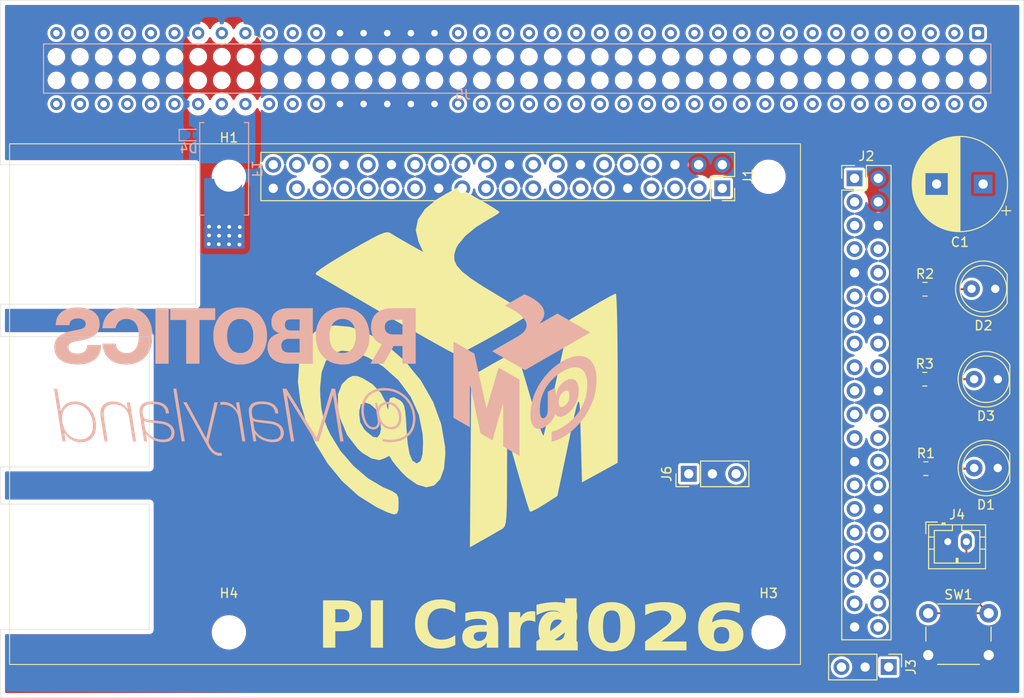
<source format=kicad_pcb>
(kicad_pcb (version 20241229) (generator "pcbnew") (generator_version "9.0")
  (layers (0 "F.Cu" signal) (4 "In1.Cu" signal) (6 "In2.Cu" signal) (2 "B.Cu" signal) (13 "F.Paste" user) (15 "B.Paste" user) (5 "F.SilkS" user "F.Silkscreen") (7 "B.SilkS" user "B.Silkscreen") (1 "F.Mask" user) (3 "B.Mask" user) (25 "Edge.Cuts" user))
  (net 0 "")
  (net 1 "GPIO10")
  (net 2 "GPIO23")
  (net 3 "GND")
  (net 4 "ID_SD")
  (net 5 "GPIO22")
  (net 6 "GPIO4")
  (net 7 "+5V")
  (net 8 "GPIO17")
  (net 9 "+3V3")
  (net 10 "GPIO13")
  (net 11 "GPIO18")
  (net 12 "GPIO12")
  (net 13 "GPIO11")
  (net 14 "GPIO3")
  (net 15 "GPIO16")
  (net 16 "GPIO26")
  (net 17 "GPIO15")
  (net 18 "GPIO8")
  (net 19 "GPIO25")
  (net 20 "GPIO9")
  (net 21 "GPIO7")
  (net 22 "GPIO24")
  (net 23 "ID_SC")
  (net 24 "GPIO21")
  (net 25 "GPIO14")
  (net 26 "GPIO2")
  (net 27 "GPIO27")
  (net 28 "GPIO6")
  (net 29 "GPIO20")
  (net 30 "GPIO19")
  (net 31 "GPIO5")
  (net 32 "Net-(D1-A)")
  (net 33 "Net-(D2-A)")
  (net 34 "Net-(D3-A)")
  (net 35 "+5V Supply")
  (net 40 "RUN")
  (net 45 "GLOBAL_EN")
  (footprint "LOGO" (layer "F.Cu") (at 199.25 75.97)
    (property "Reference" "G***" (hide yes))
    (property "Value" "LOGO" (hide yes))
  )
  (footprint "LED_THT:LED_D5.0mm" (layer "F.Cu") (at 257.3 77.25 180)
    (property "Reference" "D3" (at 1.27 -3.96 0) (layer "F.SilkS"))
    (property "Value" "LED")
    (pad "1" thru_hole rect (at 0 0 180) (size 1.8 1.8) (drill 0.9) (layers "*.Cu" "*.Mask") (net 3 "GND"))
    (pad "2" thru_hole circle (at 2.54 0 180) (size 1.8 1.8) (drill 0.9) (layers "*.Cu" "*.Mask") (net 34 "Net-(D3-A)"))
  )
  (footprint "Connector_JST:JST_PH_B2B-PH-K_1x02_P2.00mm_Vertical" (layer "F.Cu") (at 251.925 94.725)
    (property "Reference" "J4" (at 1 -2.9 0) (layer "F.SilkS"))
    (property "Value" "Conn_01x02")
    (pad "1" thru_hole roundrect (at 0 0) (size 1.2 1.75) (drill 0.75) (layers "*.Cu" "*.Mask") (roundrect_rratio 0.208333) (net 3 "GND"))
    (pad "2" thru_hole oval (at 2 0) (size 1.2 1.75) (drill 0.75) (layers "*.Cu" "*.Mask") (net 40 "RUN"))
  )
  (footprint "Resistor_SMD:R_0805_2012Metric_Pad1.20x1.40mm_HandSolder" (layer "F.Cu") (at 249.475 67.575)
    (property "Reference" "R2" (at 0 -1.65 0) (layer "F.SilkS"))
    (property "Value" "3.3k")
    (pad "1" smd roundrect (at -1 0) (size 1.2 1.4) (layers "F.Cu" "F.Mask" "F.Paste") (roundrect_rratio 0.208333) (net 9 "+3V3"))
    (pad "2" smd roundrect (at 1 0) (size 1.2 1.4) (layers "F.Cu" "F.Mask" "F.Paste") (roundrect_rratio 0.208333) (net 33 "Net-(D2-A)"))
  )
  (footprint "MountingHole:MountingHole_3.2mm_M3" (layer "F.Cu") (at 174.6625 55.475)
    (property "Reference" "H1" (at 0 -4.2 0) (layer "F.SilkS"))
    (property "Value" "MountingHole")
    (pad "" np_thru_hole circle (at 0 0) (size 3.2 3.2) (drill 3.2) (layers "*.Cu" "*.Mask"))
  )
  (footprint "LED_THT:LED_D5.0mm" (layer "F.Cu") (at 257.3 86.8 180)
    (property "Reference" "D1" (at 1.27 -3.96 0) (layer "F.SilkS"))
    (property "Value" "LED")
    (pad "1" thru_hole rect (at 0 0 180) (size 1.8 1.8) (drill 0.9) (layers "*.Cu" "*.Mask") (net 3 "GND"))
    (pad "2" thru_hole circle (at 2.54 0 180) (size 1.8 1.8) (drill 0.9) (layers "*.Cu" "*.Mask") (net 32 "Net-(D1-A)"))
  )
  (footprint "Button_Switch_THT:SW_PUSH_6mm" (layer "F.Cu") (at 249.825 102.425)
    (property "Reference" "SW1" (at 3.25 -2 0) (layer "F.SilkS"))
    (property "Value" "SW_Push")
    (pad "1" thru_hole circle (at 0 0 90) (size 2 2) (drill 1.1) (layers "*.Cu" "*.Mask") (net 40 "RUN"))
    (pad "1" thru_hole circle (at 6.5 0 90) (size 2 2) (drill 1.1) (layers "*.Cu" "*.Mask") (net 40 "RUN"))
    (pad "2" thru_hole circle (at 0 4.5 90) (size 2 2) (drill 1.1) (layers "*.Cu" "*.Mask") (net 3 "GND"))
    (pad "2" thru_hole circle (at 6.5 4.5 90) (size 2 2) (drill 1.1) (layers "*.Cu" "*.Mask") (net 3 "GND"))
  )
  (footprint "MountingHole:MountingHole_3.2mm_M3" (layer "F.Cu") (at 232.6625 55.475)
    (property "Reference" "H2" (at 0 0.225 0) (layer "F.SilkS"))
    (property "Value" "MountingHole")
    (pad "" np_thru_hole circle (at 0 0) (size 3.2 3.2) (drill 3.2) (layers "*.Cu" "*.Mask"))
  )
  (footprint "Connector_PinSocket_2.54mm:PinSocket_2x20_P2.54mm_Vertical" (layer "F.Cu") (at 227.69 56.72 -90)
    (property "Reference" "J1" (at -1.27 -2.77 90) (layer "F.SilkS"))
    (property "Value" "Conn_02x20_Odd_Even")
    (pad "1" thru_hole rect (at 0 0 270) (size 1.7 1.7) (drill 1) (layers "*.Cu" "*.Mask") (net 9 "+3V3"))
    (pad "2" thru_hole circle (at -2.54 0 270) (size 1.7 1.7) (drill 1) (layers "*.Cu" "*.Mask") (net 7 "+5V"))
    (pad "3" thru_hole circle (at 0 2.54 270) (size 1.7 1.7) (drill 1) (layers "*.Cu" "*.Mask") (net 26 "GPIO2"))
    (pad "4" thru_hole circle (at -2.54 2.54 270) (size 1.7 1.7) (drill 1) (layers "*.Cu" "*.Mask") (net 7 "+5V"))
    (pad "5" thru_hole circle (at 0 5.08 270) (size 1.7 1.7) (drill 1) (layers "*.Cu" "*.Mask") (net 14 "GPIO3"))
    (pad "6" thru_hole circle (at -2.54 5.08 270) (size 1.7 1.7) (drill 1) (layers "*.Cu" "*.Mask") (net 3 "GND"))
    (pad "7" thru_hole circle (at 0 7.62 270) (size 1.7 1.7) (drill 1) (layers "*.Cu" "*.Mask") (net 6 "GPIO4"))
    (pad "8" thru_hole circle (at -2.54 7.62 270) (size 1.7 1.7) (drill 1) (layers "*.Cu" "*.Mask") (net 25 "GPIO14"))
    (pad "9" thru_hole circle (at 0 10.16 270) (size 1.7 1.7) (drill 1) (layers "*.Cu" "*.Mask") (net 3 "GND"))
    (pad "10" thru_hole circle (at -2.54 10.16 270) (size 1.7 1.7) (drill 1) (layers "*.Cu" "*.Mask") (net 17 "GPIO15"))
    (pad "11" thru_hole circle (at 0 12.7 270) (size 1.7 1.7) (drill 1) (layers "*.Cu" "*.Mask") (net 8 "GPIO17"))
    (pad "12" thru_hole circle (at -2.54 12.7 270) (size 1.7 1.7) (drill 1) (layers "*.Cu" "*.Mask") (net 11 "GPIO18"))
    (pad "13" thru_hole circle (at 0 15.24 270) (size 1.7 1.7) (drill 1) (layers "*.Cu" "*.Mask") (net 27 "GPIO27"))
    (pad "14" thru_hole circle (at -2.54 15.24 270) (size 1.7 1.7) (drill 1) (layers "*.Cu" "*.Mask") (net 3 "GND"))
    (pad "15" thru_hole circle (at 0 17.78 270) (size 1.7 1.7) (drill 1) (layers "*.Cu" "*.Mask") (net 5 "GPIO22"))
    (pad "16" thru_hole circle (at -2.54 17.78 270) (size 1.7 1.7) (drill 1) (layers "*.Cu" "*.Mask") (net 2 "GPIO23"))
    (pad "17" thru_hole circle (at 0 20.32 270) (size 1.7 1.7) (drill 1) (layers "*.Cu" "*.Mask") (net 9 "+3V3"))
    (pad "18" thru_hole circle (at -2.54 20.32 270) (size 1.7 1.7) (drill 1) (layers "*.Cu" "*.Mask") (net 22 "GPIO24"))
    (pad "19" thru_hole circle (at 0 22.86 270) (size 1.7 1.7) (drill 1) (layers "*.Cu" "*.Mask") (net 1 "GPIO10"))
    (pad "20" thru_hole circle (at -2.54 22.86 270) (size 1.7 1.7) (drill 1) (layers "*.Cu" "*.Mask") (net 3 "GND"))
    (pad "21" thru_hole circle (at 0 25.4 270) (size 1.7 1.7) (drill 1) (layers "*.Cu" "*.Mask") (net 20 "GPIO9"))
    (pad "22" thru_hole circle (at -2.54 25.4 270) (size 1.7 1.7) (drill 1) (layers "*.Cu" "*.Mask") (net 19 "GPIO25"))
    (pad "23" thru_hole circle (at 0 27.94 270) (size 1.7 1.7) (drill 1) (layers "*.Cu" "*.Mask") (net 13 "GPIO11"))
    (pad "24" thru_hole circle (at -2.54 27.94 270) (size 1.7 1.7) (drill 1) (layers "*.Cu" "*.Mask") (net 18 "GPIO8"))
    (pad "25" thru_hole circle (at 0 30.48 270) (size 1.7 1.7) (drill 1) (layers "*.Cu" "*.Mask") (net 3 "GND"))
    (pad "26" thru_hole circle (at -2.54 30.48 270) (size 1.7 1.7) (drill 1) (layers "*.Cu" "*.Mask") (net 21 "GPIO7"))
    (pad "27" thru_hole circle (at 0 33.02 270) (size 1.7 1.7) (drill 1) (layers "*.Cu" "*.Mask") (net 4 "ID_SD"))
    (pad "28" thru_hole circle (at -2.54 33.02 270) (size 1.7 1.7) (drill 1) (layers "*.Cu" "*.Mask") (net 23 "ID_SC"))
    (pad "29" thru_hole circle (at 0 35.56 270) (size 1.7 1.7) (drill 1) (layers "*.Cu" "*.Mask") (net 31 "GPIO5"))
    (pad "30" thru_hole circle (at -2.54 35.56 270) (size 1.7 1.7) (drill 1) (layers "*.Cu" "*.Mask") (net 3 "GND"))
    (pad "31" thru_hole circle (at 0 38.1 270) (size 1.7 1.7) (drill 1) (layers "*.Cu" "*.Mask") (net 28 "GPIO6"))
    (pad "32" thru_hole circle (at -2.54 38.1 270) (size 1.7 1.7) (drill 1) (layers "*.Cu" "*.Mask") (net 12 "GPIO12"))
    (pad "33" thru_hole circle (at 0 40.64 270) (size 1.7 1.7) (drill 1) (layers "*.Cu" "*.Mask") (net 10 "GPIO13"))
    (pad "34" thru_hole circle (at -2.54 40.64 270) (size 1.7 1.7) (drill 1) (layers "*.Cu" "*.Mask") (net 3 "GND"))
    (pad "35" thru_hole circle (at 0 43.18 270) (size 1.7 1.7) (drill 1) (layers "*.Cu" "*.Mask") (net 30 "GPIO19"))
    (pad "36" thru_hole circle (at -2.54 43.18 270) (size 1.7 1.7) (drill 1) (layers "*.Cu" "*.Mask") (net 15 "GPIO16"))
    (pad "37" thru_hole circle (at 0 45.72 270) (size 1.7 1.7) (drill 1) (layers "*.Cu" "*.Mask") (net 16 "GPIO26"))
    (pad "38" thru_hole circle (at -2.54 45.72 270) (size 1.7 1.7) (drill 1) (layers "*.Cu" "*.Mask") (net 29 "GPIO20"))
    (pad "39" thru_hole circle (at 0 48.26 270) (size 1.7 1.7) (drill 1) (layers "*.Cu" "*.Mask") (net 3 "GND"))
    (pad "40" thru_hole circle (at -2.54 48.26 270) (size 1.7 1.7) (drill 1) (layers "*.Cu" "*.Mask") (net 24 "GPIO21"))
  )
  (footprint "MountingHole:MountingHole_3.2mm_M3" (layer "F.Cu") (at 232.6625 104.475)
    (property "Reference" "H3" (at 0 -4.2 0) (layer "F.SilkS"))
    (property "Value" "MountingHole")
    (pad "" np_thru_hole circle (at 0 0) (size 3.2 3.2) (drill 3.2) (layers "*.Cu" "*.Mask"))
  )
  (footprint "Connector_PinHeader_2.54mm:PinHeader_2x20_P2.54mm_Vertical" (layer "F.Cu") (at 241.91 55.64)
    (property "Reference" "J2" (at 1.27 -2.38 0) (layer "F.SilkS"))
    (property "Value" "Conn_02x20_Odd_Even")
    (pad "1" thru_hole rect (at 0 0) (size 1.7 1.7) (drill 1) (layers "*.Cu" "*.Mask") (net 9 "+3V3"))
    (pad "2" thru_hole circle (at 2.54 0) (size 1.7 1.7) (drill 1) (layers "*.Cu" "*.Mask") (net 7 "+5V"))
    (pad "3" thru_hole circle (at 0 2.54) (size 1.7 1.7) (drill 1) (layers "*.Cu" "*.Mask") (net 26 "GPIO2"))
    (pad "4" thru_hole circle (at 2.54 2.54) (size 1.7 1.7) (drill 1) (layers "*.Cu" "*.Mask") (net 7 "+5V"))
    (pad "5" thru_hole circle (at 0 5.08) (size 1.7 1.7) (drill 1) (layers "*.Cu" "*.Mask") (net 14 "GPIO3"))
    (pad "6" thru_hole circle (at 2.54 5.08) (size 1.7 1.7) (drill 1) (layers "*.Cu" "*.Mask") (net 3 "GND"))
    (pad "7" thru_hole circle (at 0 7.62) (size 1.7 1.7) (drill 1) (layers "*.Cu" "*.Mask") (net 6 "GPIO4"))
    (pad "8" thru_hole circle (at 2.54 7.62) (size 1.7 1.7) (drill 1) (layers "*.Cu" "*.Mask") (net 25 "GPIO14"))
    (pad "9" thru_hole circle (at 0 10.16) (size 1.7 1.7) (drill 1) (layers "*.Cu" "*.Mask") (net 3 "GND"))
    (pad "10" thru_hole circle (at 2.54 10.16) (size 1.7 1.7) (drill 1) (layers "*.Cu" "*.Mask") (net 17 "GPIO15"))
    (pad "11" thru_hole circle (at 0 12.7) (size 1.7 1.7) (drill 1) (layers "*.Cu" "*.Mask") (net 8 "GPIO17"))
    (pad "12" thru_hole circle (at 2.54 12.7) (size 1.7 1.7) (drill 1) (layers "*.Cu" "*.Mask") (net 11 "GPIO18"))
    (pad "13" thru_hole circle (at 0 15.24) (size 1.7 1.7) (drill 1) (layers "*.Cu" "*.Mask") (net 27 "GPIO27"))
    (pad "14" thru_hole circle (at 2.54 15.24) (size 1.7 1.7) (drill 1) (layers "*.Cu" "*.Mask") (net 3 "GND"))
    (pad "15" thru_hole circle (at 0 17.78) (size 1.7 1.7) (drill 1) (layers "*.Cu" "*.Mask") (net 5 "GPIO22"))
    (pad "16" thru_hole circle (at 2.54 17.78) (size 1.7 1.7) (drill 1) (layers "*.Cu" "*.Mask") (net 2 "GPIO23"))
    (pad "17" thru_hole circle (at 0 20.32) (size 1.7 1.7) (drill 1) (layers "*.Cu" "*.Mask") (net 9 "+3V3"))
    (pad "18" thru_hole circle (at 2.54 20.32) (size 1.7 1.7) (drill 1) (layers "*.Cu" "*.Mask") (net 22 "GPIO24"))
    (pad "19" thru_hole circle (at 0 22.86) (size 1.7 1.7) (drill 1) (layers "*.Cu" "*.Mask") (net 1 "GPIO10"))
    (pad "20" thru_hole circle (at 2.54 22.86) (size 1.7 1.7) (drill 1) (layers "*.Cu" "*.Mask") (net 3 "GND"))
    (pad "21" thru_hole circle (at 0 25.4) (size 1.7 1.7) (drill 1) (layers "*.Cu" "*.Mask") (net 20 "GPIO9"))
    (pad "22" thru_hole circle (at 2.54 25.4) (size 1.7 1.7) (drill 1) (layers "*.Cu" "*.Mask") (net 19 "GPIO25"))
    (pad "23" thru_hole circle (at 0 27.94) (size 1.7 1.7) (drill 1) (layers "*.Cu" "*.Mask") (net 13 "GPIO11"))
    (pad "24" thru_hole circle (at 2.54 27.94) (size 1.7 1.7) (drill 1) (layers "*.Cu" "*.Mask") (net 18 "GPIO8"))
    (pad "25" thru_hole circle (at 0 30.48) (size 1.7 1.7) (drill 1) (layers "*.Cu" "*.Mask") (net 3 "GND"))
    (pad "26" thru_hole circle (at 2.54 30.48) (size 1.7 1.7) (drill 1) (layers "*.Cu" "*.Mask") (net 21 "GPIO7"))
    (pad "27" thru_hole circle (at 0 33.02) (size 1.7 1.7) (drill 1) (layers "*.Cu" "*.Mask") (net 4 "ID_SD"))
    (pad "28" thru_hole circle (at 2.54 33.02) (size 1.7 1.7) (drill 1) (layers "*.Cu" "*.Mask") (net 23 "ID_SC"))
    (pad "29" thru_hole circle (at 0 35.56) (size 1.7 1.7) (drill 1) (layers "*.Cu" "*.Mask") (net 31 "GPIO5"))
    (pad "30" thru_hole circle (at 2.54 35.56) (size 1.7 1.7) (drill 1) (layers "*.Cu" "*.Mask") (net 3 "GND"))
    (pad "31" thru_hole circle (at 0 38.1) (size 1.7 1.7) (drill 1) (layers "*.Cu" "*.Mask") (net 28 "GPIO6"))
    (pad "32" thru_hole circle (at 2.54 38.1) (size 1.7 1.7) (drill 1) (layers "*.Cu" "*.Mask") (net 12 "GPIO12"))
    (pad "33" thru_hole circle (at 0 40.64) (size 1.7 1.7) (drill 1) (layers "*.Cu" "*.Mask") (net 10 "GPIO13"))
    (pad "34" thru_hole circle (at 2.54 40.64) (size 1.7 1.7) (drill 1) (layers "*.Cu" "*.Mask") (net 3 "GND"))
    (pad "35" thru_hole circle (at 0 43.18) (size 1.7 1.7) (drill 1) (layers "*.Cu" "*.Mask") (net 30 "GPIO19"))
    (pad "36" thru_hole circle (at 2.54 43.18) (size 1.7 1.7) (drill 1) (layers "*.Cu" "*.Mask") (net 15 "GPIO16"))
    (pad "37" thru_hole circle (at 0 45.72) (size 1.7 1.7) (drill 1) (layers "*.Cu" "*.Mask") (net 16 "GPIO26"))
    (pad "38" thru_hole circle (at 2.54 45.72) (size 1.7 1.7) (drill 1) (layers "*.Cu" "*.Mask") (net 29 "GPIO20"))
    (pad "39" thru_hole circle (at 0 48.26) (size 1.7 1.7) (drill 1) (layers "*.Cu" "*.Mask") (net 3 "GND"))
    (pad "40" thru_hole circle (at 2.54 48.26) (size 1.7 1.7) (drill 1) (layers "*.Cu" "*.Mask") (net 24 "GPIO21"))
  )
  (footprint "MountingHole:MountingHole_3.2mm_M3" (layer "F.Cu") (at 174.6625 104.475)
    (property "Reference" "H4" (at 0 -4.2 0) (layer "F.SilkS"))
    (property "Value" "MountingHole")
    (pad "" np_thru_hole circle (at 0 0) (size 3.2 3.2) (drill 3.2) (layers "*.Cu" "*.Mask"))
  )
  (footprint "Resistor_SMD:R_0805_2012Metric_Pad1.20x1.40mm_HandSolder" (layer "F.Cu") (at 249.575 86.875)
    (property "Reference" "R1" (at 0 -1.65 0) (layer "F.SilkS"))
    (property "Value" "330")
    (pad "1" smd roundrect (at -1 0) (size 1.2 1.4) (layers "F.Cu" "F.Mask" "F.Paste") (roundrect_rratio 0.208333) (net 8 "GPIO17"))
    (pad "2" smd roundrect (at 1 0) (size 1.2 1.4) (layers "F.Cu" "F.Mask" "F.Paste") (roundrect_rratio 0.208333) (net 32 "Net-(D1-A)"))
  )
  (footprint "Connector_PinHeader_2.54mm:PinHeader_1x03_P2.54mm_Vertical" (layer "F.Cu") (at 224.09 87.43 90)
    (property "Reference" "J6" (at 0 -2.38 90) (layer "F.SilkS"))
    (property "Value" "Conn_01x03_Pin")
    (pad "1" thru_hole rect (at 0 0 90) (size 1.7 1.7) (drill 1) (layers "*.Cu" "*.Mask") (net 40 "RUN"))
    (pad "2" thru_hole circle (at 0 2.54 90) (size 1.7 1.7) (drill 1) (layers "*.Cu" "*.Mask") (net 3 "GND"))
    (pad "3" thru_hole circle (at 0 5.08 90) (size 1.7 1.7) (drill 1) (layers "*.Cu" "*.Mask") (net 45 "GLOBAL_EN"))
  )
  (footprint "Resistor_SMD:R_0805_2012Metric_Pad1.20x1.40mm_HandSolder" (layer "F.Cu") (at 249.45 77.25)
    (property "Reference" "R3" (at 0 -1.65 0) (layer "F.SilkS"))
    (property "Value" "3.3k")
    (pad "1" smd roundrect (at -1 0) (size 1.2 1.4) (layers "F.Cu" "F.Mask" "F.Paste") (roundrect_rratio 0.208333) (net 7 "+5V"))
    (pad "2" smd roundrect (at 1 0) (size 1.2 1.4) (layers "F.Cu" "F.Mask" "F.Paste") (roundrect_rratio 0.208333) (net 34 "Net-(D3-A)"))
  )
  (footprint "LED_THT:LED_D5.0mm" (layer "F.Cu") (at 257.025 67.525 180)
    (property "Reference" "D2" (at 1.27 -3.96 0) (layer "F.SilkS"))
    (property "Value" "LED")
    (pad "1" thru_hole rect (at 0 0 180) (size 1.8 1.8) (drill 0.9) (layers "*.Cu" "*.Mask") (net 3 "GND"))
    (pad "2" thru_hole circle (at 2.54 0 180) (size 1.8 1.8) (drill 0.9) (layers "*.Cu" "*.Mask") (net 33 "Net-(D2-A)"))
  )
  (footprint "Capacitor_THT:CP_Radial_D10.0mm_P5.00mm" (layer "F.Cu") (at 255.727677 56.26 180)
    (property "Reference" "C1" (at 2.5 -6.25 0) (layer "F.SilkS"))
    (property "Value" "470u")
    (pad "1" thru_hole rect (at 0 0 180) (size 2 2) (drill 1) (layers "*.Cu" "*.Mask") (net 7 "+5V"))
    (pad "2" thru_hole circle (at 5 0 180) (size 2 2) (drill 1) (layers "*.Cu" "*.Mask") (net 3 "GND"))
  )
  (footprint "Connector_PinHeader_2.54mm:PinHeader_1x03_P2.54mm_Vertical" (layer "F.Cu") (at 245.58 108.21 -90)
    (property "Reference" "J3" (at 0 -2.38 90) (layer "F.SilkS"))
    (property "Value" "Conn_01x03_Pin")
    (pad "1" thru_hole rect (at 0 0 270) (size 1.7 1.7) (drill 1) (layers "*.Cu" "*.Mask") (net 40 "RUN"))
    (pad "2" thru_hole circle (at 0 2.54 270) (size 1.7 1.7) (drill 1) (layers "*.Cu" "*.Mask") (net 3 "GND"))
    (pad "3" thru_hole circle (at 0 5.08 270) (size 1.7 1.7) (drill 1) (layers "*.Cu" "*.Mask") (net 45 "GLOBAL_EN"))
  )
  (footprint "Custom:Fuseholder_Littelfuse_Nano2_154x_3D" (layer "B.Cu") (at 174.15 54.625 90)
    (property "Reference" "F1" (at 0 3.5 270) (layer "B.SilkS") (effects (justify mirror)))
    (property "Value" "Fuse")
    (pad "1" smd rect (at -3.185 0 90) (size 4.24 3.81) (layers "B.Cu" "B.Mask" "B.Paste") (net 7 "+5V"))
    (pad "2" smd rect (at 3.185 0 90) (size 4.24 3.81) (layers "B.Cu" "B.Mask" "B.Paste") (net 35 "+5V Supply"))
  )
  (footprint "LOGO" (layer "B.Cu") (at 185.59 76.96 180)
    (property "Reference" "G***" (hide yes))
    (property "Value" "LOGO" (hide yes))
  )
  (footprint "Diode_SMD:Nexperia_DSN1608-2_1.6x0.8mm" (layer "B.Cu") (at 170.335 50.99)
    (property "Reference" "D4" (at 0 1.43 0) (layer "B.SilkS") (effects (justify mirror)))
    (property "Value" "PTVS5V0Z1USK")
    (pad "1" smd roundrect (at -0.285 0) (size 0.93 0.7) (layers "B.Cu" "B.Mask" "B.Paste") (roundrect_rratio 0.1071428571) (net 3 "GND"))
    (pad "2" smd roundrect (at 0.6 0) (size 0.3 0.7) (layers "B.Cu" "B.Mask" "B.Paste") (net 35 "+5V Supply"))
  )
  (footprint "Samtec Custom:Samtec_HLE-140-02-L-DV-PE_2x40_P2.54mm_Horizontal" (layer "B.Cu") (at 255.18 40.03 180)
    (property "Reference" "J5" (at 55.355 -6.615 0) (layer "B.SilkS") (effects (justify mirror)))
    (property "Value" "Conn_02x40_Odd_Even")
    (pad "" np_thru_hole circle (at 0 -5.08 180) (size 1.4 1.4) (drill 1.4) (layers "*.Cu" "*.Mask"))
    (pad "" np_thru_hole circle (at 0 -2.54 180) (size 1.4 1.4) (drill 1.4) (layers "*.Cu" "*.Mask"))
    (pad "" np_thru_hole circle (at 2.54 -5.08 180) (size 1.4 1.4) (drill 1.4) (layers "*.Cu" "*.Mask"))
    (pad "" np_thru_hole circle (at 2.54 -2.54 180) (size 1.4 1.4) (drill 1.4) (layers "*.Cu" "*.Mask"))
    (pad "" np_thru_hole circle (at 5.08 -5.08 180) (size 1.4 1.4) (drill 1.4) (layers "*.Cu" "*.Mask"))
    (pad "" np_thru_hole circle (at 5.08 -2.54 180) (size 1.4 1.4) (drill 1.4) (layers "*.Cu" "*.Mask"))
    (pad "" np_thru_hole circle (at 7.62 -5.08 180) (size 1.4 1.4) (drill 1.4) (layers "*.Cu" "*.Mask"))
    (pad "" np_thru_hole circle (at 7.62 -2.54 180) (size 1.4 1.4) (drill 1.4) (layers "*.Cu" "*.Mask"))
    (pad "" np_thru_hole circle (at 10.16 -5.08 180) (size 1.4 1.4) (drill 1.4) (layers "*.Cu" "*.Mask"))
    (pad "" np_thru_hole circle (at 10.16 -2.54 180) (size 1.4 1.4) (drill 1.4) (layers "*.Cu" "*.Mask"))
    (pad "" np_thru_hole circle (at 12.7 -5.08 180) (size 1.4 1.4) (drill 1.4) (layers "*.Cu" "*.Mask"))
    (pad "" np_thru_hole circle (at 12.7 -2.54 180) (size 1.4 1.4) (drill 1.4) (layers "*.Cu" "*.Mask"))
    (pad "" np_thru_hole circle (at 15.24 -5.08 180) (size 1.4 1.4) (drill 1.4) (layers "*.Cu" "*.Mask"))
    (pad "" np_thru_hole circle (at 15.24 -2.54 180) (size 1.4 1.4) (drill 1.4) (layers "*.Cu" "*.Mask"))
    (pad "" np_thru_hole circle (at 17.78 -5.08 180) (size 1.4 1.4) (drill 1.4) (layers "*.Cu" "*.Mask"))
    (pad "" np_thru_hole circle (at 17.78 -2.54 180) (size 1.4 1.4) (drill 1.4) (layers "*.Cu" "*.Mask"))
    (pad "" np_thru_hole circle (at 20.32 -5.08 180) (size 1.4 1.4) (drill 1.4) (layers "*.Cu" "*.Mask"))
    (pad "" np_thru_hole circle (at 20.32 -2.54 180) (size 1.4 1.4) (drill 1.4) (layers "*.Cu" "*.Mask"))
    (pad "" np_thru_hole circle (at 22.86 -5.08 180) (size 1.4 1.4) (drill 1.4) (layers "*.Cu" "*.Mask"))
    (pad "" np_thru_hole circle (at 22.86 -2.54 180) (size 1.4 1.4) (drill 1.4) (layers "*.Cu" "*.Mask"))
    (pad "" np_thru_hole circle (at 25.4 -5.08 180) (size 1.4 1.4) (drill 1.4) (layers "*.Cu" "*.Mask"))
    (pad "" np_thru_hole circle (at 25.4 -2.54 180) (size 1.4 1.4) (drill 1.4) (layers "*.Cu" "*.Mask"))
    (pad "" np_thru_hole circle (at 27.94 -5.08 180) (size 1.4 1.4) (drill 1.4) (layers "*.Cu" "*.Mask"))
    (pad "" np_thru_hole circle (at 27.94 -2.54 180) (size 1.4 1.4) (drill 1.4) (layers "*.Cu" "*.Mask"))
    (pad "" np_thru_hole circle (at 30.48 -5.08 180) (size 1.4 1.4) (drill 1.4) (layers "*.Cu" "*.Mask"))
    (pad "" np_thru_hole circle (at 30.48 -2.54 180) (size 1.4 1.4) (drill 1.4) (layers "*.Cu" "*.Mask"))
    (pad "" np_thru_hole circle (at 33.02 -5.08 180) (size 1.4 1.4) (drill 1.4) (layers "*.Cu" "*.Mask"))
    (pad "" np_thru_hole circle (at 33.02 -2.54 180) (size 1.4 1.4) (drill 1.4) (layers "*.Cu" "*.Mask"))
    (pad "" np_thru_hole circle (at 35.56 -5.08 180) (size 1.4 1.4) (drill 1.4) (layers "*.Cu" "*.Mask"))
    (pad "" np_thru_hole circle (at 35.56 -2.54 180) (size 1.4 1.4) (drill 1.4) (layers "*.Cu" "*.Mask"))
    (pad "" np_thru_hole circle (at 38.1 -5.08 180) (size 1.4 1.4) (drill 1.4) (layers "*.Cu" "*.Mask"))
    (pad "" np_thru_hole circle (at 38.1 -2.54 180) (size 1.4 1.4) (drill 1.4) (layers "*.Cu" "*.Mask"))
    (pad "" np_thru_hole circle (at 40.64 -5.08 180) (size 1.4 1.4) (drill 1.4) (layers "*.Cu" "*.Mask"))
    (pad "" np_thru_hole circle (at 40.64 -2.54 180) (size 1.4 1.4) (drill 1.4) (layers "*.Cu" "*.Mask"))
    (pad "" np_thru_hole circle (at 43.18 -5.08 180) (size 1.4 1.4) (drill 1.4) (layers "*.Cu" "*.Mask"))
    (pad "" np_thru_hole circle (at 43.18 -2.54 180) (size 1.4 1.4) (drill 1.4) (layers "*.Cu" "*.Mask"))
    (pad "" np_thru_hole circle (at 45.72 -5.08 180) (size 1.4 1.4) (drill 1.4) (layers "*.Cu" "*.Mask"))
    (pad "" np_thru_hole circle (at 45.72 -2.54 180) (size 1.4 1.4) (drill 1.4) (layers "*.Cu" "*.Mask"))
    (pad "" np_thru_hole circle (at 48.26 -5.08 180) (size 1.4 1.4) (drill 1.4) (layers "*.Cu" "*.Mask"))
    (pad "" np_thru_hole circle (at 48.26 -2.54 180) (size 1.4 1.4) (drill 1.4) (layers "*.Cu" "*.Mask"))
    (pad "" np_thru_hole circle (at 50.8 -5.08 180) (size 1.4 1.4) (drill 1.4) (layers "*.Cu" "*.Mask"))
    (pad "" np_thru_hole circle (at 50.8 -2.54 180) (size 1.4 1.4) (drill 1.4) (layers "*.Cu" "*.Mask"))
    (pad "" np_thru_hole circle (at 53.34 -5.08 180) (size 1.4 1.4) (drill 1.4) (layers "*.Cu" "*.Mask"))
    (pad "" np_thru_hole circle (at 53.34 -2.54 180) (size 1.4 1.4) (drill 1.4) (layers "*.Cu" "*.Mask"))
    (pad "" np_thru_hole circle (at 55.88 -5.08 180) (size 1.4 1.4) (drill 1.4) (layers "*.Cu" "*.Mask"))
    (pad "" np_thru_hole circle (at 55.88 -2.54 180) (size 1.4 1.4) (drill 1.4) (layers "*.Cu" "*.Mask"))
    (pad "" np_thru_hole circle (at 58.42 -5.08 180) (size 1.4 1.4) (drill 1.4) (layers "*.Cu" "*.Mask"))
    (pad "" np_thru_hole circle (at 58.42 -2.54 180) (size 1.4 1.4) (drill 1.4) (layers "*.Cu" "*.Mask"))
    (pad "" np_thru_hole circle (at 60.96 -5.08 180) (size 1.4 1.4) (drill 1.4) (layers "*.Cu" "*.Mask"))
    (pad "" np_thru_hole circle (at 60.96 -2.54 180) (size 1.4 1.4) (drill 1.4) (layers "*.Cu" "*.Mask"))
    (pad "" np_thru_hole circle (at 63.5 -5.08 180) (size 1.4 1.4) (drill 1.4) (layers "*.Cu" "*.Mask"))
    (pad "" np_thru_hole circle (at 63.5 -2.54 180) (size 1.4 1.4) (drill 1.4) (layers "*.Cu" "*.Mask"))
    (pad "" np_thru_hole circle (at 66.04 -5.08 180) (size 1.4 1.4) (drill 1.4) (layers "*.Cu" "*.Mask"))
    (pad "" np_thru_hole circle (at 66.04 -2.54 180) (size 1.4 1.4) (drill 1.4) (layers "*.Cu" "*.Mask"))
    (pad "" np_thru_hole circle (at 68.58 -5.08 180) (size 1.4 1.4) (drill 1.4) (layers "*.Cu" "*.Mask"))
    (pad "" np_thru_hole circle (at 68.58 -2.54 180) (size 1.4 1.4) (drill 1.4) (layers "*.Cu" "*.Mask"))
    (pad "" np_thru_hole circle (at 71.12 -5.08 180) (size 1.4 1.4) (drill 1.4) (layers "*.Cu" "*.Mask"))
    (pad "" np_thru_hole circle (at 71.12 -2.54 180) (size 1.4 1.4) (drill 1.4) (layers "*.Cu" "*.Mask"))
    (pad "" np_thru_hole circle (at 73.66 -5.08 180) (size 1.4 1.4) (drill 1.4) (layers "*.Cu" "*.Mask"))
    (pad "" np_thru_hole circle (at 73.66 -2.54 180) (size 1.4 1.4) (drill 1.4) (layers "*.Cu" "*.Mask"))
    (pad "" np_thru_hole circle (at 76.2 -5.08 180) (size 1.4 1.4) (drill 1.4) (layers "*.Cu" "*.Mask"))
    (pad "" np_thru_hole circle (at 76.2 -2.54 180) (size 1.4 1.4) (drill 1.4) (layers "*.Cu" "*.Mask"))
    (pad "" np_thru_hole circle (at 78.74 -5.08 180) (size 1.4 1.4) (drill 1.4) (layers "*.Cu" "*.Mask"))
    (pad "" np_thru_hole circle (at 78.74 -2.54 180) (size 1.4 1.4) (drill 1.4) (layers "*.Cu" "*.Mask"))
    (pad "" np_thru_hole circle (at 81.28 -5.08 180) (size 1.4 1.4) (drill 1.4) (layers "*.Cu" "*.Mask"))
    (pad "" np_thru_hole circle (at 81.28 -2.54 180) (size 1.4 1.4) (drill 1.4) (layers "*.Cu" "*.Mask"))
    (pad "" np_thru_hole circle (at 83.82 -5.08 180) (size 1.4 1.4) (drill 1.4) (layers "*.Cu" "*.Mask"))
    (pad "" np_thru_hole circle (at 83.82 -2.54 180) (size 1.4 1.4) (drill 1.4) (layers "*.Cu" "*.Mask"))
    (pad "" np_thru_hole circle (at 86.36 -5.08 180) (size 1.4 1.4) (drill 1.4) (layers "*.Cu" "*.Mask"))
    (pad "" np_thru_hole circle (at 86.36 -2.54 180) (size 1.4 1.4) (drill 1.4) (layers "*.Cu" "*.Mask"))
    (pad "" np_thru_hole circle (at 88.9 -5.08 180) (size 1.4 1.4) (drill 1.4) (layers "*.Cu" "*.Mask"))
    (pad "" np_thru_hole circle (at 88.9 -2.54 180) (size 1.4 1.4) (drill 1.4) (layers "*.Cu" "*.Mask"))
    (pad "" np_thru_hole circle (at 91.44 -5.08 180) (size 1.4 1.4) (drill 1.4) (layers "*.Cu" "*.Mask"))
    (pad "" np_thru_hole circle (at 91.44 -2.54 180) (size 1.4 1.4) (drill 1.4) (layers "*.Cu" "*.Mask"))
    (pad "" np_thru_hole circle (at 93.98 -5.08 180) (size 1.4 1.4) (drill 1.4) (layers "*.Cu" "*.Mask"))
    (pad "" np_thru_hole circle (at 93.98 -2.54 180) (size 1.4 1.4) (drill 1.4) (layers "*.Cu" "*.Mask"))
    (pad "" np_thru_hole circle (at 96.52 -5.08 180) (size 1.4 1.4) (drill 1.4) (layers "*.Cu" "*.Mask"))
    (pad "" np_thru_hole circle (at 96.52 -2.54 180) (size 1.4 1.4) (drill 1.4) (layers "*.Cu" "*.Mask"))
    (pad "" np_thru_hole circle (at 99.06 -5.08 180) (size 1.4 1.4) (drill 1.4) (layers "*.Cu" "*.Mask"))
    (pad "" np_thru_hole circle (at 99.06 -2.54 180) (size 1.4 1.4) (drill 1.4) (layers "*.Cu" "*.Mask"))
    (pad "1" thru_hole roundrect (at 0 0 180) (size 1.31 1.31) (drill 0.71) (layers "*.Cu" "*.Mask") (roundrect_rratio 0.19084))
    (pad "2" thru_hole circle (at 0 -7.62 180) (size 1.31 1.31) (drill 0.71) (layers "*.Cu" "*.Mask"))
    (pad "3" thru_hole circle (at 2.54 0 180) (size 1.31 1.31) (drill 0.71) (layers "*.Cu" "*.Mask") (net 26 "GPIO2"))
    (pad "4" thru_hole circle (at 2.54 -7.62 180) (size 1.31 1.31) (drill 0.71) (layers "*.Cu" "*.Mask"))
    (pad "5" thru_hole circle (at 5.08 0 180) (size 1.31 1.31) (drill 0.71) (layers "*.Cu" "*.Mask") (net 14 "GPIO3"))
    (pad "6" thru_hole circle (at 5.08 -7.62 180) (size 1.31 1.31) (drill 0.71) (layers "*.Cu" "*.Mask"))
    (pad "7" thru_hole circle (at 7.62 0 180) (size 1.31 1.31) (drill 0.71) (layers "*.Cu" "*.Mask") (net 6 "GPIO4"))
    (pad "8" thru_hole circle (at 7.62 -7.62 180) (size 1.31 1.31) (drill 0.71) (layers "*.Cu" "*.Mask") (net 25 "GPIO14"))
    (pad "9" thru_hole circle (at 10.16 0 180) (size 1.31 1.31) (drill 0.71) (layers "*.Cu" "*.Mask"))
    (pad "10" thru_hole circle (at 10.16 -7.62 180) (size 1.31 1.31) (drill 0.71) (layers "*.Cu" "*.Mask") (net 17 "GPIO15"))
    (pad "11" thru_hole circle (at 12.7 0 180) (size 1.31 1.31) (drill 0.71) (layers "*.Cu" "*.Mask") (net 8 "GPIO17"))
    (pad "12" thru_hole circle (at 12.7 -7.62 180) (size 1.31 1.31) (drill 0.71) (layers "*.Cu" "*.Mask") (net 11 "GPIO18"))
    (pad "13" thru_hole circle (at 15.24 0 180) (size 1.31 1.31) (drill 0.71) (layers "*.Cu" "*.Mask") (net 27 "GPIO27"))
    (pad "14" thru_hole circle (at 15.24 -7.62 180) (size 1.31 1.31) (drill 0.71) (layers "*.Cu" "*.Mask"))
    (pad "15" thru_hole circle (at 17.78 0 180) (size 1.31 1.31) (drill 0.71) (layers "*.Cu" "*.Mask") (net 5 "GPIO22"))
    (pad "16" thru_hole circle (at 17.78 -7.62 180) (size 1.31 1.31) (drill 0.71) (layers "*.Cu" "*.Mask") (net 2 "GPIO23"))
    (pad "17" thru_hole circle (at 20.32 0 180) (size 1.31 1.31) (drill 0.71) (layers "*.Cu" "*.Mask"))
    (pad "18" thru_hole circle (at 20.32 -7.62 180) (size 1.31 1.31) (drill 0.71) (layers "*.Cu" "*.Mask") (net 22 "GPIO24"))
    (pad "19" thru_hole circle (at 22.86 0 180) (size 1.31 1.31) (drill 0.71) (layers "*.Cu" "*.Mask") (net 1 "GPIO10"))
    (pad "20" thru_hole circle (at 22.86 -7.62 180) (size 1.31 1.31) (drill 0.71) (layers "*.Cu" "*.Mask"))
    (pad "21" thru_hole circle (at 25.4 0 180) (size 1.31 1.31) (drill 0.71) (layers "*.Cu" "*.Mask") (net 20 "GPIO9"))
    (pad "22" thru_hole circle (at 25.4 -7.62 180) (size 1.31 1.31) (drill 0.71) (layers "*.Cu" "*.Mask") (net 19 "GPIO25"))
    (pad "23" thru_hole circle (at 27.94 0 180) (size 1.31 1.31) (drill 0.71) (layers "*.Cu" "*.Mask") (net 13 "GPIO11"))
    (pad "24" thru_hole circle (at 27.94 -7.62 180) (size 1.31 1.31) (drill 0.71) (layers "*.Cu" "*.Mask") (net 18 "GPIO8"))
    (pad "25" thru_hole circle (at 30.48 0 180) (size 1.31 1.31) (drill 0.71) (layers "*.Cu" "*.Mask"))
    (pad "26" thru_hole circle (at 30.48 -7.62 180) (size 1.31 1.31) (drill 0.71) (layers "*.Cu" "*.Mask") (net 21 "GPIO7"))
    (pad "27" thru_hole circle (at 33.02 0 180) (size 1.31 1.31) (drill 0.71) (layers "*.Cu" "*.Mask") (net 4 "ID_SD"))
    (pad "28" thru_hole circle (at 33.02 -7.62 180) (size 1.31 1.31) (drill 0.71) (layers "*.Cu" "*.Mask") (net 23 "ID_SC"))
    (pad "29" thru_hole circle (at 35.56 0 180) (size 1.31 1.31) (drill 0.71) (layers "*.Cu" "*.Mask") (net 31 "GPIO5"))
    (pad "30" thru_hole circle (at 35.56 -7.62 180) (size 1.31 1.31) (drill 0.71) (layers "*.Cu" "*.Mask"))
    (pad "31" thru_hole circle (at 38.1 0 180) (size 1.31 1.31) (drill 0.71) (layers "*.Cu" "*.Mask") (net 28 "GPIO6"))
    (pad "32" thru_hole circle (at 38.1 -7.62 180) (size 1.31 1.31) (drill 0.71) (layers "*.Cu" "*.Mask") (net 12 "GPIO12"))
    (pad "33" thru_hole circle (at 40.64 0 180) (size 1.31 1.31) (drill 0.71) (layers "*.Cu" "*.Mask") (net 10 "GPIO13"))
    (pad "34" thru_hole circle (at 40.64 -7.62 180) (size 1.31 1.31) (drill 0.71) (layers "*.Cu" "*.Mask"))
    (pad "35" thru_hole circle (at 43.18 0 180) (size 1.31 1.31) (drill 0.71) (layers "*.Cu" "*.Mask") (net 30 "GPIO19"))
    (pad "36" thru_hole circle (at 43.18 -7.62 180) (size 1.31 1.31) (drill 0.71) (layers "*.Cu" "*.Mask") (net 15 "GPIO16"))
    (pad "37" thru_hole circle (at 45.72 0 180) (size 1.31 1.31) (drill 0.71) (layers "*.Cu" "*.Mask") (net 16 "GPIO26"))
    (pad "38" thru_hole circle (at 45.72 -7.62 180) (size 1.31 1.31) (drill 0.71) (layers "*.Cu" "*.Mask") (net 29 "GPIO20"))
    (pad "39" thru_hole circle (at 48.26 0 180) (size 1.31 1.31) (drill 0.71) (layers "*.Cu" "*.Mask"))
    (pad "40" thru_hole circle (at 48.26 -7.62 180) (size 1.31 1.31) (drill 0.71) (layers "*.Cu" "*.Mask") (net 24 "GPIO21"))
    (pad "41" thru_hole circle (at 50.8 0 180) (size 1.31 1.31) (drill 0.71) (layers "*.Cu" "*.Mask") (net 35 "+5V Supply"))
    (pad "42" thru_hole circle (at 50.8 -7.62 180) (size 1.31 1.31) (drill 0.71) (layers "*.Cu" "*.Mask") (net 35 "+5V Supply"))
    (pad "43" thru_hole circle (at 53.34 0 180) (size 1.31 1.31) (drill 0.71) (layers "*.Cu" "*.Mask") (net 35 "+5V Supply"))
    (pad "44" thru_hole circle (at 53.34 -7.62 180) (size 1.31 1.31) (drill 0.71) (layers "*.Cu" "*.Mask") (net 35 "+5V Supply"))
    (pad "45" thru_hole circle (at 55.88 0 180) (size 1.31 1.31) (drill 0.71) (layers "*.Cu" "*.Mask") (net 35 "+5V Supply"))
    (pad "46" thru_hole circle (at 55.88 -7.62 180) (size 1.31 1.31) (drill 0.71) (layers "*.Cu" "*.Mask") (net 35 "+5V Supply"))
    (pad "47" thru_hole circle (at 58.42 0 180) (size 1.31 1.31) (drill 0.71) (layers "*.Cu" "*.Mask") (net 3 "GND"))
    (pad "48" thru_hole circle (at 58.42 -7.62 180) (size 1.31 1.31) (drill 0.71) (layers "*.Cu" "*.Mask") (net 3 "GND"))
    (pad "49" thru_hole circle (at 60.96 0 180) (size 1.31 1.31) (drill 0.71) (layers "*.Cu" "*.Mask") (net 3 "GND"))
    (pad "50" thru_hole circle (at 60.96 -7.62 180) (size 1.31 1.31) (drill 0.71) (layers "*.Cu" "*.Mask") (net 3 "GND"))
    (pad "51" thru_hole circle (at 63.5 0 180) (size 1.31 1.31) (drill 0.71) (layers "*.Cu" "*.Mask") (net 3 "GND"))
    (pad "52" thru_hole circle (at 63.5 -7.62 180) (size 1.31 1.31) (drill 0.71) (layers "*.Cu" "*.Mask") (net 3 "GND"))
    (pad "53" thru_hole circle (at 66.04 0 180) (size 1.31 1.31) (drill 0.71) (layers "*.Cu" "*.Mask") (net 3 "GND"))
    (pad "54" thru_hole circle (at 66.04 -7.62 180) (size 1.31 1.31) (drill 0.71) (layers "*.Cu" "*.Mask") (net 3 "GND"))
    (pad "55" thru_hole circle (at 68.58 0 180) (size 1.31 1.31) (drill 0.71) (layers "*.Cu" "*.Mask") (net 3 "GND"))
    (pad "56" thru_hole circle (at 68.58 -7.62 180) (size 1.31 1.31) (drill 0.71) (layers "*.Cu" "*.Mask") (net 3 "GND"))
    (pad "57" thru_hole circle (at 71.12 0 180) (size 1.31 1.31) (drill 0.71) (layers "*.Cu" "*.Mask"))
    (pad "58" thru_hole circle (at 71.12 -7.62 180) (size 1.31 1.31) (drill 0.71) (layers "*.Cu" "*.Mask"))
    (pad "59" thru_hole circle (at 73.66 0 180) (size 1.31 1.31) (drill 0.71) (layers "*.Cu" "*.Mask"))
    (pad "60" thru_hole circle (at 73.66 -7.62 180) (size 1.31 1.31) (drill 0.71) (layers "*.Cu" "*.Mask"))
    (pad "61" thru_hole circle (at 76.2 0 180) (size 1.31 1.31) (drill 0.71) (layers "*.Cu" "*.Mask"))
    (pad "62" thru_hole circle (at 76.2 -7.62 180) (size 1.31 1.31) (drill 0.71) (layers "*.Cu" "*.Mask"))
    (pad "63" thru_hole circle (at 78.74 0 180) (size 1.31 1.31) (drill 0.71) (layers "*.Cu" "*.Mask"))
    (pad "64" thru_hole circle (at 78.74 -7.62 180) (size 1.31 1.31) (drill 0.71) (layers "*.Cu" "*.Mask"))
    (pad "65" thru_hole circle (at 81.28 0 180) (size 1.31 1.31) (drill 0.71) (layers "*.Cu" "*.Mask"))
    (pad "66" thru_hole circle (at 81.28 -7.62 180) (size 1.31 1.31) (drill 0.71) (layers "*.Cu" "*.Mask"))
    (pad "67" thru_hole circle (at 83.82 0 180) (size 1.31 1.31) (drill 0.71) (layers "*.Cu" "*.Mask"))
    (pad "68" thru_hole circle (at 83.82 -7.62 180) (size 1.31 1.31) (drill 0.71) (layers "*.Cu" "*.Mask"))
    (pad "69" thru_hole circle (at 86.36 0 180) (size 1.31 1.31) (drill 0.71) (layers "*.Cu" "*.Mask"))
    (pad "70" thru_hole circle (at 86.36 -7.62 180) (size 1.31 1.31) (drill 0.71) (layers "*.Cu" "*.Mask"))
    (pad "71" thru_hole circle (at 88.9 0 180) (size 1.31 1.31) (drill 0.71) (layers "*.Cu" "*.Mask"))
    (pad "72" thru_hole circle (at 88.9 -7.62 180) (size 1.31 1.31) (drill 0.71) (layers "*.Cu" "*.Mask"))
    (pad "73" thru_hole circle (at 91.44 0 180) (size 1.31 1.31) (drill 0.71) (layers "*.Cu" "*.Mask"))
    (pad "74" thru_hole circle (at 91.44 -7.62 180) (size 1.31 1.31) (drill 0.71) (layers "*.Cu" "*.Mask"))
    (pad "75" thru_hole circle (at 93.98 0 180) (size 1.31 1.31) (drill 0.71) (layers "*.Cu" "*.Mask"))
    (pad "76" thru_hole circle (at 93.98 -7.62 180) (size 1.31 1.31) (drill 0.71) (layers "*.Cu" "*.Mask"))
    (pad "77" thru_hole circle (at 96.52 0 180) (size 1.31 1.31) (drill 0.71) (layers "*.Cu" "*.Mask"))
    (pad "78" thru_hole circle (at 96.52 -7.62 180) (size 1.31 1.31) (drill 0.71) (layers "*.Cu" "*.Mask"))
    (pad "79" thru_hole circle (at 99.06 0 180) (size 1.31 1.31) (drill 0.71) (layers "*.Cu" "*.Mask"))
    (pad "80" thru_hole circle (at 99.06 -7.62 180) (size 1.31 1.31) (drill 0.71) (layers "*.Cu" "*.Mask"))
  )
  (gr_rect (start 151.09 51.93) (end 236.09 107.93) (stroke (width 0.1)) (fill no) (layer "F.SilkS"))
  (gr_line (start 166.09 86.68) (end 150.1 86.68) (stroke (width 0.05)) (layer "Edge.Cuts"))
  (gr_line (start 166.09 86.68) (end 166.09 72.68) (stroke (width 0.05)) (layer "Edge.Cuts"))
  (gr_line (start 150.1 36.5) (end 150.1 54.18) (stroke (width 0.05)) (layer "Edge.Cuts"))
  (gr_line (start 166.09 90.68) (end 166.09 104.18) (stroke (width 0.05)) (layer "Edge.Cuts"))
  (gr_line (start 260.1 36.5) (end 150.1 36.5) (stroke (width 0.05)) (layer "Edge.Cuts"))
  (gr_line (start 150.1 90.68) (end 166.09 90.68) (stroke (width 0.05)) (layer "Edge.Cuts"))
  (gr_line (start 171.09 69.18) (end 150.1 69.18) (stroke (width 0.05)) (layer "Edge.Cuts"))
  (gr_line (start 150.09 72.68) (end 166.09 72.68) (stroke (width 0.05)) (layer "Edge.Cuts"))
  (gr_line (start 150.1 111.5) (end 260.1 111.5) (stroke (width 0.05)) (layer "Edge.Cuts"))
  (gr_line (start 150.1 54.18) (end 171.09 54.18) (stroke (width 0.05)) (layer "Edge.Cuts"))
  (gr_line (start 150.1 69.18) (end 150.09 72.68) (stroke (width 0.05)) (layer "Edge.Cuts"))
  (gr_line (start 260.1 111.5) (end 260.1 36.5) (stroke (width 0.05)) (layer "Edge.Cuts"))
  (gr_line (start 166.09 104.18) (end 150.1 104.18) (stroke (width 0.05)) (layer "Edge.Cuts"))
  (gr_line (start 150.1 104.18) (end 150.1 111.5) (stroke (width 0.05)) (layer "Edge.Cuts"))
  (gr_line (start 171.09 54.18) (end 171.09 69.18) (stroke (width 0.05)) (layer "Edge.Cuts"))
  (gr_line (start 150.1 86.68) (end 150.1 90.68) (stroke (width 0.05)) (layer "Edge.Cuts"))
  (gr_text "2026" (at 207.04 107.27 0) (layer "F.SilkS") (effects (font (size 5 6) (thickness 1) (bold yes)) (justify left bottom)))
  (gr_text "PI Card" (at 184.14 106.98 0) (layer "F.SilkS") (effects (font (size 5 5) (thickness 1) (bold yes)) (justify left bottom)))
  (via (at 175.825 60.89) (size 0.8) (drill 0.4) (layers "F.Cu" "B.Cu") (net 7))
  (via (at 173.575 62.74) (size 0.8) (drill 0.4) (layers "F.Cu" "B.Cu") (net 7))
  (via (at 174.7 60.865) (size 0.8) (drill 0.4) (layers "F.Cu" "B.Cu") (net 7))
  (via (at 175.8 62.765) (size 0.8) (drill 0.4) (layers "F.Cu" "B.Cu") (net 7))
  (via (at 172.525 60.84) (size 0.8) (drill 0.4) (layers "F.Cu" "B.Cu") (net 7))
  (via (at 173.6 61.815) (size 0.8) (drill 0.4) (layers "F.Cu" "B.Cu") (net 7))
  (via (at 174.675 62.74) (size 0.8) (drill 0.4) (layers "F.Cu" "B.Cu") (net 7))
  (via (at 173.6 60.865) (size 0.8) (drill 0.4) (layers "F.Cu" "B.Cu") (net 7))
  (via (at 172.525 61.79) (size 0.8) (drill 0.4) (layers "F.Cu" "B.Cu") (net 7))
  (via (at 174.7 61.815) (size 0.8) (drill 0.4) (layers "F.Cu" "B.Cu") (net 7))
  (via (at 175.825 61.84) (size 0.8) (drill 0.4) (layers "F.Cu" "B.Cu") (net 7))
  (via (at 172.5 62.715) (size 0.8) (drill 0.4) (layers "F.Cu" "B.Cu") (net 7))
  (segment (start 254.685 86.875) (end 254.76 86.8) (width 0.2) (layer "F.Cu") (net 32))
  (segment (start 250.575 86.875) (end 254.685 86.875) (width 0.2) (layer "F.Cu") (net 32))
  (segment (start 254.435 67.575) (end 254.485 67.525) (width 0.2) (layer "F.Cu") (net 33))
  (segment (start 250.475 67.575) (end 254.435 67.575) (width 0.2) (layer "F.Cu") (net 33))
  (segment (start 250.45 77.25) (end 254.76 77.25) (width 0.2) (layer "F.Cu") (net 34))
  (segment (start 249.825 102.425) (end 256.325 102.425) (width 0.2) (layer "F.Cu") (net 40))
  (segment (start 253.925 100.025) (end 256.325 102.425) (width 0.2) (layer "F.Cu") (net 40))
  (segment (start 253.925 94.725) (end 253.925 100.025) (width 0.2) (layer "F.Cu") (net 40))
  (zone (net 7) (net_name "+5V") (layer "F.Cu") (priority 1) (connect_pads yes (clearance 0.6)) (min_thickness 0.25) (fill yes (thermal_gap 0.125) (thermal_bridge_width 0.75))
    (polygon (pts (xy 260.06 111.39) (xy 260.035 36.49) (xy 150.085 36.465) (xy 150.06 111.465)))
  )
  (zone (net 3) (net_name "GND") (layer "B.Cu") (connect_pads yes (clearance 0.3)) (min_thickness 0.25) (fill yes (thermal_gap 0.125) (thermal_bridge_width 0.75))
    (polygon (pts (xy 260.06 111.44) (xy 260.06 36.49) (xy 150.085 36.49) (xy 150.06 110.845)))
  )
  (zone (net 35) (net_name "+5V Supply") (layer "B.Cu") (priority 6) (connect_pads yes (clearance 0.6)) (min_thickness 0.25) (fill yes (thermal_gap 0.125) (thermal_bridge_width 0.75))
    (polygon (pts (xy 170.372877 38.924624) (xy 177.522877 38.874624) (xy 177.497877 54.024624) (xy 170.372877 54.024624)))
  )
  (zone (net 7) (net_name "+5V") (layer "B.Cu") (priority 3) (connect_pads yes (clearance 0.6)) (min_thickness 0.25) (fill yes (thermal_gap 0.5) (thermal_bridge_width 0.5))
    (polygon (pts (xy 172 55.615) (xy 172.019623 61.785376) (xy 172.025 63.19) (xy 176.332123 63.210376) (xy 176.357123 55.560376) (xy 172.132123 55.610376)))
  )
)
</source>
